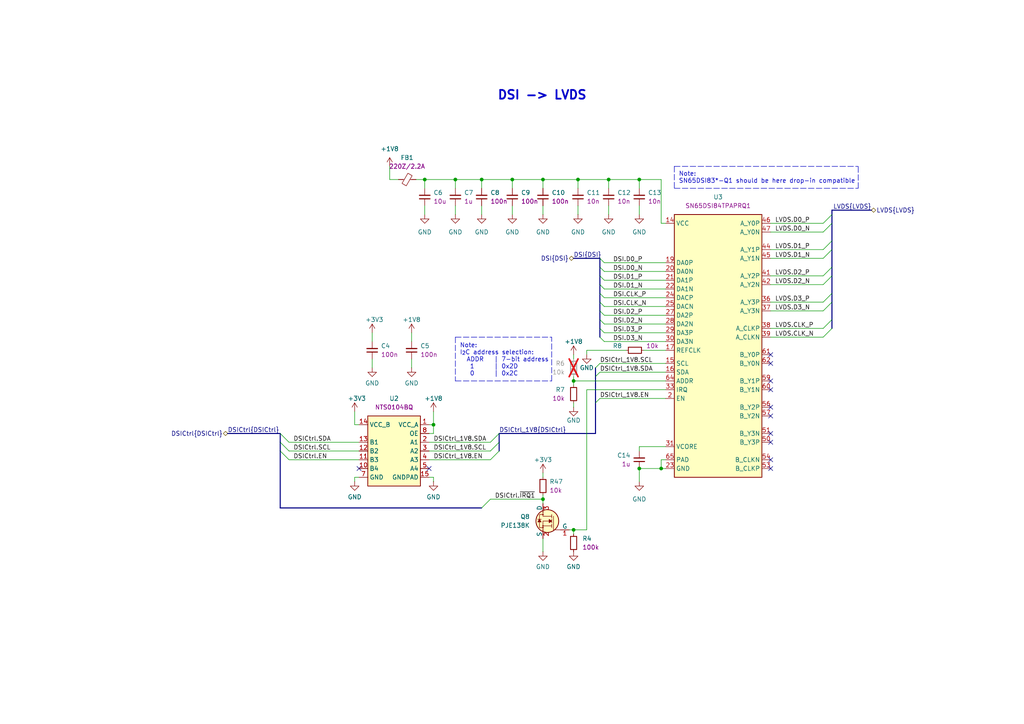
<source format=kicad_sch>
(kicad_sch (version 20230121) (generator eeschema)
  (paper "A4")
  (title_block (title "CM4 Baseboard LVDS Adapter") (date "2024-04-26") (rev "1.1.0") (company "Antmicro") (comment 1 "www.antmicro.com"))
  (lib_symbols
    (symbol "antmicroCapacitors0402:C_100n_0402" (pin_numbers hide) (pin_names hide)
      (property "Reference" "C" (at 20.32 -5.08 0))
      (property "Val" "100n" (at 20.32 -7.62 0))
      (symbol "C_100n_0402_0_1"
        (polyline (pts (xy 2.032 -1.524) (xy 2.032 1.524)) (stroke (width 0.3048)))
        (polyline (pts (xy 3.048 -1.524) (xy 3.048 1.524)) (stroke (width 0.3302)))
      )
      (symbol "C_100n_0402_1_1"
        (pin passive line (at 0 0 0) (length 2.032) (name "~") (number "1"))
        (pin passive line (at 5.08 0 180) (length 2.032) (name "~") (number "2"))
      )
    )
    (symbol "antmicroCapacitors0402:C_10n_0402" (pin_numbers hide) (pin_names hide)
      (property "Reference" "C" (at 20.32 -5.08 0))
      (property "Val" "10n" (at 20.32 -7.62 0))
      (symbol "C_10n_0402_0_1"
        (polyline (pts (xy 2.032 -1.524) (xy 2.032 1.524)) (stroke (width 0.3048)))
        (polyline (pts (xy 3.048 -1.524) (xy 3.048 1.524)) (stroke (width 0.3302)))
      )
      (symbol "C_10n_0402_1_1"
        (pin passive line (at 0 0 0) (length 2.032) (name "~") (number "1"))
        (pin passive line (at 5.08 0 180) (length 2.032) (name "~") (number "2"))
      )
    )
    (symbol "antmicroCapacitors0402:C_10u_0402" (pin_numbers hide) (pin_names hide)
      (property "Reference" "C" (at 20.32 -5.08 0))
      (property "Val" "10u" (at 20.32 -7.62 0))
      (symbol "C_10u_0402_0_1"
        (polyline (pts (xy 2.032 -1.524) (xy 2.032 1.524)) (stroke (width 0.3048)))
        (polyline (pts (xy 3.048 -1.524) (xy 3.048 1.524)) (stroke (width 0.3302)))
      )
      (symbol "C_10u_0402_1_1"
        (pin passive line (at 0 0 0) (length 2.032) (name "~") (number "1"))
        (pin passive line (at 5.08 0 180) (length 2.032) (name "~") (number "2"))
      )
    )
    (symbol "antmicroCapacitors0402:C_1u_0402" (pin_numbers hide) (pin_names hide)
      (property "Reference" "C" (at 20.32 -5.08 0))
      (property "Val" "1u" (at 20.32 -7.62 0))
      (symbol "C_1u_0402_0_1"
        (polyline (pts (xy 2.032 -1.524) (xy 2.032 1.524)) (stroke (width 0.3048)))
        (polyline (pts (xy 3.048 -1.524) (xy 3.048 1.524)) (stroke (width 0.3302)))
      )
      (symbol "C_1u_0402_1_1"
        (pin passive line (at 0 0 0) (length 2.032) (name "~") (number "1"))
        (pin passive line (at 5.08 0 180) (length 2.032) (name "~") (number "2"))
      )
    )
    (symbol "antmicroFerriteBeadsandChips:FB_220Z_2.2A_TDK-MPZ_0603" (pin_numbers hide) (pin_names hide)
      (property "Reference" "FB" (at 13.97 0 0))
      (property "Val" "220Z/2.2A" (at 13.97 -5.08 0))
      (symbol "FB_220Z_2.2A_TDK-MPZ_0603_0_1"
        (polyline (pts (xy 1.651 0) (xy 1.2446 0)))
        (polyline (pts (xy 3.81 0) (xy 3.3274 0)))
        (polyline (pts (xy 2.2606 -1.8288) (xy 1.0414 -1.1176) (xy 2.7432 1.8288) (xy 3.9624 1.1176) (xy 2.2606 -1.8288)))
      )
      (symbol "FB_220Z_2.2A_TDK-MPZ_0603_1_1"
        (pin passive line (at 0 0 0) (length 1.27) (name "~") (number "1"))
        (pin passive line (at 5.08 0 180) (length 1.27) (name "~") (number "2"))
      )
    )
    (symbol "antmicroInterfaceControllers:SN65DSI84"
      (property "Reference" "U" (at 38.1 0 0))
      (property "MPN" "SN65DSI84TPAPRQ1" (at 38.1 -2.54 0))
      (symbol "SN65DSI84_1_1"
        (rectangle (start 2.54 2.54) (end 27.94 -73.66) (stroke (width 0.254)) (fill (type background)))
        (pin no_connect line (at 2.54 -58.42 0) (length 2.54) hide (name "RSVD2") (number "1"))
        (pin no_connect line (at 2.54 -7.62 0) (length 2.54) hide (name "NC") (number "10"))
        (pin no_connect line (at 2.54 -53.34 0) (length 2.54) hide (name "NC") (number "11"))
        (pin no_connect line (at 2.54 -54.61 0) (length 2.54) hide (name "NC") (number "12"))
        (pin no_connect line (at 2.54 -55.88 0) (length 2.54) hide (name "NC") (number "13"))
        (pin power_in line (at 0 0 0) (length 2.54) (name "VCC") (number "14"))
        (pin input line (at 0 -40.64 0) (length 2.54) (name "SCL") (number "15"))
        (pin bidirectional line (at 0 -43.18 0) (length 2.54) (name "SDA") (number "16"))
        (pin input line (at 0 -36.83 0) (length 2.54) (name "REFCLK") (number "17"))
        (pin passive line (at 0 0 0) (length 2.54) hide (name "VCC") (number "18"))
        (pin input line (at 0 -11.43 0) (length 2.54) (name "DA0P") (number "19"))
        (pin input line (at 0 -50.8 0) (length 2.54) (name "EN") (number "2"))
        (pin input line (at 0 -13.97 0) (length 2.54) (name "DA0N") (number "20"))
        (pin input line (at 0 -16.51 0) (length 2.54) (name "DA1P") (number "21"))
        (pin input line (at 0 -19.05 0) (length 2.54) (name "DA1N") (number "22"))
        (pin power_out line (at 0 -71.12 0) (length 2.54) (name "GND") (number "23"))
        (pin input line (at 0 -21.59 0) (length 2.54) (name "DACP") (number "24"))
        (pin input line (at 0 -24.13 0) (length 2.54) (name "DACN") (number "25"))
        (pin passive line (at 0 -71.12 0) (length 2.54) hide (name "GND") (number "26"))
        (pin input line (at 0 -26.67 0) (length 2.54) (name "DA2P") (number "27"))
        (pin input line (at 0 -29.21 0) (length 2.54) (name "DA2N") (number "28"))
        (pin input line (at 0 -31.75 0) (length 2.54) (name "DA3P") (number "29"))
        (pin passive line (at 0 0 0) (length 2.54) hide (name "VCC") (number "3"))
        (pin input line (at 0 -34.29 0) (length 2.54) (name "DA3N") (number "30"))
        (pin power_out line (at 0 -64.77 0) (length 2.54) (name "VCORE") (number "31"))
        (pin passive line (at 0 0 0) (length 2.54) hide (name "VCC") (number "32"))
        (pin output line (at 0 -48.26 0) (length 2.54) (name "IRQ") (number "33"))
        (pin no_connect line (at 2.54 -57.15 0) (length 2.54) hide (name "RSVD1") (number "34"))
        (pin passive line (at 0 0 0) (length 2.54) hide (name "VCC") (number "35"))
        (pin output line (at 30.48 -22.86 180) (length 2.54) (name "A_Y3P") (number "36"))
        (pin output line (at 30.48 -25.4 180) (length 2.54) (name "A_Y3N") (number "37"))
        (pin output line (at 30.48 -30.48 180) (length 2.54) (name "A_CLKP") (number "38"))
        (pin output line (at 30.48 -33.02 180) (length 2.54) (name "A_CLKN") (number "39"))
        (pin no_connect line (at 2.54 -59.69 0) (length 2.54) hide (name "NC") (number "4"))
        (pin passive line (at 0 0 0) (length 2.54) hide (name "VCC") (number "40"))
        (pin output line (at 30.48 -15.24 180) (length 2.54) (name "A_Y2P") (number "41"))
        (pin output line (at 30.48 -17.78 180) (length 2.54) (name "A_Y2N") (number "42"))
        (pin passive line (at 0 0 0) (length 2.54) hide (name "VCC") (number "43"))
        (pin output line (at 30.48 -7.62 180) (length 2.54) (name "A_Y1P") (number "44"))
        (pin output line (at 30.48 -10.16 180) (length 2.54) (name "A_Y1N") (number "45"))
        (pin output line (at 30.48 0 180) (length 2.54) (name "A_Y0P") (number "46"))
        (pin output line (at 30.48 -2.54 180) (length 2.54) (name "A_Y0N") (number "47"))
        (pin passive line (at 0 0 0) (length 2.54) hide (name "VCC") (number "48"))
        (pin passive line (at 0 0 0) (length 2.54) hide (name "VCC") (number "49"))
        (pin no_connect line (at 2.54 -60.96 0) (length 2.54) hide (name "NC") (number "5"))
        (pin output line (at 30.48 -63.5 180) (length 2.54) (name "B_Y3P") (number "50"))
        (pin output line (at 30.48 -60.96 180) (length 2.54) (name "B_Y3N") (number "51"))
        (pin passive line (at 0 -71.12 0) (length 2.54) hide (name "GND") (number "52"))
        (pin output line (at 30.48 -71.12 180) (length 2.54) (name "B_CLKP") (number "53"))
        (pin output line (at 30.48 -68.58 180) (length 2.54) (name "B_CLKN") (number "54"))
        (pin passive line (at 0 0 0) (length 2.54) hide (name "VCC") (number "55"))
        (pin output line (at 30.48 -53.34 180) (length 2.54) (name "B_Y2P") (number "56"))
        (pin output line (at 30.48 -55.88 180) (length 2.54) (name "B_Y2N") (number "57"))
        (pin passive line (at 0 0 0) (length 2.54) hide (name "VCC") (number "58"))
        (pin output line (at 30.48 -45.72 180) (length 2.54) (name "B_Y1P") (number "59"))
        (pin no_connect line (at 2.54 -62.23 0) (length 2.54) hide (name "NC") (number "6"))
        (pin output line (at 30.48 -48.26 180) (length 2.54) (name "B_Y1N") (number "60"))
        (pin output line (at 30.48 -38.1 180) (length 2.54) (name "B_Y0P") (number "61"))
        (pin output line (at 30.48 -40.64 180) (length 2.54) (name "B_Y0N") (number "62"))
        (pin passive line (at 0 0 0) (length 2.54) hide (name "VCC") (number "63"))
        (pin bidirectional line (at 0 -45.72 0) (length 2.54) (name "ADDR") (number "64"))
        (pin power_in line (at 0 -68.58 0) (length 2.54) (name "PAD") (number "65"))
        (pin no_connect line (at 2.54 -3.81 0) (length 2.54) hide (name "NC") (number "7"))
        (pin no_connect line (at 2.54 -5.08 0) (length 2.54) hide (name "NC") (number "8"))
        (pin no_connect line (at 2.54 -6.35 0) (length 2.54) hide (name "NC") (number "9"))
      )
    )
    (symbol "antmicroLogicTranslatorsLevelShifters:NTS0104_DHVQFN"
      (property "Reference" "U" (at 35.56 -2.54 0))
      (property "MPN" "NTS0104BQ" (at 35.56 -5.08 0))
      (symbol "NTS0104_DHVQFN_1_1"
        (rectangle (start 2.54 2.54) (end 17.78 -17.78) (stroke (width 0.254)) (fill (type background)))
        (pin power_in line (at 0 0 0) (length 2.54) (name "VCC_A") (number "1"))
        (pin passive line (at 20.32 -12.7 180) (length 2.54) (name "B4") (number "10"))
        (pin passive line (at 20.32 -10.16 180) (length 2.54) (name "B3") (number "11"))
        (pin passive line (at 20.32 -7.62 180) (length 2.54) (name "B2") (number "12"))
        (pin passive line (at 20.32 -5.08 180) (length 2.54) (name "B1") (number "13"))
        (pin power_in line (at 20.32 0 180) (length 2.54) (name "VCC_B") (number "14"))
        (pin power_in line (at 0 -15.24 0) (length 2.54) (name "GNDPAD") (number "15"))
        (pin passive line (at 0 -5.08 0) (length 2.54) (name "A1") (number "2"))
        (pin passive line (at 0 -7.62 0) (length 2.54) (name "A2") (number "3"))
        (pin passive line (at 0 -10.16 0) (length 2.54) (name "A3") (number "4"))
        (pin passive line (at 0 -12.7 0) (length 2.54) (name "A4") (number "5"))
        (pin no_connect line (at 17.78 -2.54 180) (length 2.54) hide (name "NC") (number "6"))
        (pin power_in line (at 20.32 -15.24 180) (length 2.54) (name "GND") (number "7"))
        (pin passive line (at 0 -2.54 0) (length 2.54) (name "OE") (number "8"))
        (pin no_connect line (at 17.78 -3.81 180) (length 2.54) hide (name "NC") (number "9"))
      )
    )
    (symbol "antmicroResistors0402:R_100k_0402" (pin_numbers hide) (pin_names hide)
      (property "Reference" "R" (at 20.32 -5.08 0))
      (property "Val" "100k" (at 20.32 -7.62 0))
      (symbol "R_100k_0402_0_1"
        (rectangle (start 0.635 0.889) (end 4.445 -0.889) (stroke (width 0.254)))
      )
      (symbol "R_100k_0402_1_1"
        (pin passive line (at 0 0 0) (length 0.635) (name "~") (number "1"))
        (pin passive line (at 5.08 0 180) (length 0.635) (name "~") (number "2"))
      )
    )
    (symbol "antmicroResistors0402:R_10k_0402" (pin_numbers hide) (pin_names hide)
      (property "Reference" "R" (at 20.32 -5.08 0))
      (property "Val" "10k" (at 20.32 -7.62 0))
      (symbol "R_10k_0402_0_1"
        (rectangle (start 0.635 0.889) (end 4.445 -0.889) (stroke (width 0.254)))
      )
      (symbol "R_10k_0402_1_1"
        (pin passive line (at 0 0 0) (length 0.635) (name "~") (number "1"))
        (pin passive line (at 5.08 0 180) (length 0.635) (name "~") (number "2"))
      )
    )
    (symbol "antmicroTransistorsFETsMOSFETsSingle:PJE138K" (pin_names (offset 0))
      (property "Reference" "Q" (at 22.86 -6.35 0))
      (property "Value" "PJE138K" (at 22.86 -8.89 0))
      (symbol "PJE138K_0_1"
        (polyline (pts (xy 7.62 1.143) (xy 5.08 1.143)))
        (polyline (pts (xy 2.54 0) (xy 4.572 0) (xy 4.572 3.937)))
        (polyline (pts (xy 7.62 0) (xy 7.62 2.54) (xy 5.08 2.54)))
        (polyline (pts (xy 7.62 5.08) (xy 7.62 3.937) (xy 5.08 3.937)))
        (polyline (pts (xy 7.493 0.635) (xy 8.636 0.635) (xy 8.636 3.937) (xy 8.636 4.445) (xy 7.493 4.445)))
        (circle (center 6.35 2.54) (radius 3.302) (stroke (width 0.254)) (fill (type background)))
        (circle (center 7.62 0.635) (radius 0.127))
        (circle (center 7.62 1.143) (radius 0.127))
        (circle (center 7.62 4.445) (radius 0.127))
      )
      (symbol "PJE138K_1_1"
        (polyline (pts (xy 5.08 1.143) (xy 5.08 0.635)))
        (polyline (pts (xy 5.08 1.143) (xy 5.08 1.651)))
        (polyline (pts (xy 5.08 2.54) (xy 5.08 2.032)))
        (polyline (pts (xy 5.08 2.54) (xy 5.08 3.048)))
        (polyline (pts (xy 5.08 4.445) (xy 5.08 3.429)))
        (polyline (pts (xy 9.144 3.048) (xy 8.128 3.048)))
        (polyline (pts (xy 5.08 2.54) (xy 5.842 3.048) (xy 5.842 2.032) (xy 5.08 2.54)) (fill (type outline)))
        (polyline (pts (xy 8.636 3.048) (xy 8.128 2.286) (xy 9.144 2.286) (xy 8.636 3.048)) (fill (type outline)))
        (pin passive line (at 0 0 0) (length 2.54) (name "G") (number "1"))
        (pin passive line (at 7.62 -2.54 90) (length 2.54) (name "S") (number "2"))
        (pin passive line (at 7.62 7.62 270) (length 2.54) (name "D") (number "3"))
      )
    )
    (symbol "antmicropower:+1V8" (power) (pin_numbers hide) (pin_names hide)
      (property "Value" "+1V8" (at -3.175 2.54 0))
      (symbol "+1V8_1_1"
        (polyline (pts (xy -0.762 1.27) (xy 0 2.54)) (fill (type background)))
        (polyline (pts (xy 0 0) (xy 0 2.54)) (fill (type background)))
        (polyline (pts (xy 0 2.54) (xy 0.762 1.27)) (fill (type background)))
        (pin power_in line (at 0 0 90) (length 0) hide (name "+1V8") (number "1"))
      )
    )
    (symbol "antmicropower:+3V3" (power) (pin_numbers hide) (pin_names hide)
      (property "Value" "+3V3" (at -3.175 2.54 0))
      (symbol "+3V3_0_1"
        (polyline (pts (xy 0 0) (xy 0 2.54)))
        (polyline (pts (xy 0 2.54) (xy -0.762 1.27)))
        (polyline (pts (xy 0 2.54) (xy 0.762 1.27)))
      )
      (symbol "+3V3_1_1"
        (pin power_in line (at 0 0 90) (length 0) hide (name "+3V3") (number "1"))
      )
    )
    (symbol "antmicropower:GND" (power) (pin_numbers hide) (pin_names hide)
      (property "Value" "GND" (at 8.89 -5.08 0))
      (symbol "GND_1_1"
        (polyline (pts (xy 0 0) (xy 0 -1.27) (xy 1.27 -1.27) (xy 0 -2.54) (xy -1.27 -1.27) (xy 0 -1.27)))
        (pin power_in line (at 0 0 270) (length 0) (name "GND") (number "1"))
      )
    )
  )
  (junction (at 166.37 153.67))
  (junction (at 167.64 52.07))
  (junction (at 191.77 135.89))
  (junction (at 185.42 135.89))
  (junction (at 176.53 52.07))
  (junction (at 166.37 110.49))
  (junction (at 132.08 52.07))
  (junction (at 139.7 52.07))
  (junction (at 157.48 52.07))
  (junction (at 125.73 123.19))
  (junction (at 185.42 52.07))
  (junction (at 157.48 144.78))
  (junction (at 148.59 52.07))
  (junction (at 123.19 52.07))
  (no_connect (at 223.52 133.35))
  (no_connect (at 223.52 113.03))
  (no_connect (at 104.14 135.89))
  (no_connect (at 223.52 125.73))
  (no_connect (at 223.52 135.89))
  (no_connect (at 223.52 105.41))
  (no_connect (at 223.52 102.87))
  (no_connect (at 223.52 120.65))
  (no_connect (at 223.52 118.11))
  (no_connect (at 124.46 135.89))
  (no_connect (at 223.52 110.49))
  (no_connect (at 223.52 128.27))
  (bus_entry (at 173.99 85.09) (size 1.27 1.27))
  (bus_entry (at 81.28 130.81) (size 2.54 2.54))
  (bus_entry (at 241.3 72.39) (size -2.54 2.54))
  (bus_entry (at 173.99 74.93) (size 1.27 1.27))
  (bus_entry (at 173.99 90.17) (size 1.27 1.27))
  (bus_entry (at 173.99 87.63) (size 1.27 1.27))
  (bus_entry (at 173.99 77.47) (size 1.27 1.27))
  (bus_entry (at 173.99 82.55) (size 1.27 1.27))
  (bus_entry (at 173.99 80.01) (size 1.27 1.27))
  (bus_entry (at 241.3 85.09) (size -2.54 2.54))
  (bus_entry (at 241.3 62.23) (size -2.54 2.54))
  (bus_entry (at 173.99 95.25) (size 1.27 1.27))
  (bus_entry (at 241.3 64.77) (size -2.54 2.54))
  (bus_entry (at 241.3 80.01) (size -2.54 2.54))
  (bus_entry (at 144.78 128.27) (size -2.54 2.54))
  (bus_entry (at 144.78 130.81) (size -2.54 2.54))
  (bus_entry (at 241.3 92.71) (size -2.54 2.54))
  (bus_entry (at 172.72 116.84) (size 1.27 -1.27))
  (bus_entry (at 173.99 97.79) (size 1.27 1.27))
  (bus_entry (at 81.28 125.73) (size 2.54 2.54))
  (bus_entry (at 144.78 125.73) (size -2.54 2.54))
  (bus_entry (at 139.7 147.32) (size 2.54 -2.54))
  (bus_entry (at 241.3 77.47) (size -2.54 2.54))
  (bus_entry (at 238.76 97.79) (size 2.54 -2.54))
  (bus_entry (at 241.3 69.85) (size -2.54 2.54))
  (bus_entry (at 172.72 106.68) (size 1.27 -1.27))
  (bus_entry (at 173.99 92.71) (size 1.27 1.27))
  (bus_entry (at 241.3 87.63) (size -2.54 2.54))
  (bus_entry (at 172.72 109.22) (size 1.27 -1.27))
  (bus_entry (at 81.28 128.27) (size 2.54 2.54))
  (wire (pts (xy 167.64 52.07) (xy 176.53 52.07)))
  (polyline (pts (xy 195.58 54.61) (xy 248.92 54.61)) (stroke (width 0) (type dash)))
  (bus (pts (xy 173.99 95.25) (xy 173.99 97.79)))
  (bus (pts (xy 172.72 116.84) (xy 172.72 125.73)))
  (wire (pts (xy 223.52 67.31) (xy 238.76 67.31)))
  (wire (pts (xy 139.7 52.07) (xy 139.7 54.61)))
  (wire (pts (xy 175.26 99.06) (xy 193.04 99.06)))
  (wire (pts (xy 113.03 48.26) (xy 113.03 52.07)))
  (wire (pts (xy 102.87 138.43) (xy 104.14 138.43)))
  (wire (pts (xy 124.46 128.27) (xy 142.24 128.27)))
  (bus (pts (xy 241.3 87.63) (xy 241.3 92.71)))
  (wire (pts (xy 193.04 64.77) (xy 191.77 64.77)))
  (wire (pts (xy 223.52 97.79) (xy 238.76 97.79)))
  (wire (pts (xy 125.73 125.73) (xy 125.73 123.19)))
  (wire (pts (xy 170.18 113.03) (xy 170.18 153.67)))
  (bus (pts (xy 166.37 74.93) (xy 173.99 74.93)))
  (wire (pts (xy 166.37 118.11) (xy 166.37 116.84)))
  (wire (pts (xy 175.26 96.52) (xy 193.04 96.52)))
  (wire (pts (xy 165.1 153.67) (xy 166.37 153.67)))
  (wire (pts (xy 185.42 52.07) (xy 185.42 54.61)))
  (wire (pts (xy 191.77 135.89) (xy 193.04 135.89)))
  (bus (pts (xy 173.99 87.63) (xy 173.99 90.17)))
  (wire (pts (xy 166.37 102.87) (xy 166.37 104.14)))
  (wire (pts (xy 175.26 86.36) (xy 193.04 86.36)))
  (wire (pts (xy 166.37 153.67) (xy 170.18 153.67)))
  (wire (pts (xy 176.53 52.07) (xy 185.42 52.07)))
  (wire (pts (xy 223.52 64.77) (xy 238.76 64.77)))
  (wire (pts (xy 185.42 59.69) (xy 185.42 62.23)))
  (bus (pts (xy 173.99 77.47) (xy 173.99 80.01)))
  (wire (pts (xy 83.82 130.81) (xy 104.14 130.81)))
  (wire (pts (xy 175.26 76.2) (xy 193.04 76.2)))
  (wire (pts (xy 148.59 52.07) (xy 139.7 52.07)))
  (wire (pts (xy 167.64 52.07) (xy 157.48 52.07)))
  (bus (pts (xy 81.28 147.32) (xy 81.28 130.81)))
  (bus (pts (xy 241.3 64.77) (xy 241.3 69.85)))
  (wire (pts (xy 132.08 52.07) (xy 123.19 52.07)))
  (wire (pts (xy 104.14 123.19) (xy 102.87 123.19)))
  (bus (pts (xy 173.99 74.93) (xy 173.99 77.47)))
  (wire (pts (xy 173.99 105.41) (xy 193.04 105.41)))
  (bus (pts (xy 241.3 60.96) (xy 241.3 62.23)))
  (bus (pts (xy 241.3 62.23) (xy 241.3 64.77)))
  (wire (pts (xy 223.52 72.39) (xy 238.76 72.39)))
  (wire (pts (xy 223.52 90.17) (xy 238.76 90.17)))
  (wire (pts (xy 185.42 129.54) (xy 185.42 130.81)))
  (wire (pts (xy 157.48 144.78) (xy 157.48 146.05)))
  (wire (pts (xy 157.48 52.07) (xy 157.48 54.61)))
  (bus (pts (xy 144.78 125.73) (xy 172.72 125.73)))
  (bus (pts (xy 241.3 92.71) (xy 241.3 95.25)))
  (wire (pts (xy 124.46 133.35) (xy 142.24 133.35)))
  (bus (pts (xy 173.99 85.09) (xy 173.99 87.63)))
  (wire (pts (xy 102.87 138.43) (xy 102.87 139.7)))
  (wire (pts (xy 185.42 129.54) (xy 193.04 129.54)))
  (bus (pts (xy 252.73 60.96) (xy 241.3 60.96)))
  (bus (pts (xy 173.99 82.55) (xy 173.99 85.09)))
  (wire (pts (xy 166.37 110.49) (xy 193.04 110.49)))
  (bus (pts (xy 173.99 92.71) (xy 173.99 95.25)))
  (bus (pts (xy 241.3 80.01) (xy 241.3 85.09)))
  (polyline (pts (xy 248.92 54.61) (xy 248.92 48.26)) (stroke (width 0) (type dash)))
  (wire (pts (xy 119.38 96.52) (xy 119.38 99.06)))
  (wire (pts (xy 223.52 80.01) (xy 238.76 80.01)))
  (polyline (pts (xy 132.08 110.49) (xy 160.02 110.49)) (stroke (width 0) (type dash)))
  (wire (pts (xy 191.77 52.07) (xy 185.42 52.07)))
  (wire (pts (xy 175.26 91.44) (xy 193.04 91.44)))
  (wire (pts (xy 193.04 133.35) (xy 191.77 133.35)))
  (wire (pts (xy 175.26 81.28) (xy 193.04 81.28)))
  (bus (pts (xy 66.04 125.73) (xy 81.28 125.73)))
  (bus (pts (xy 241.3 77.47) (xy 241.3 80.01)))
  (wire (pts (xy 125.73 138.43) (xy 125.73 139.7)))
  (polyline (pts (xy 132.08 97.79) (xy 160.02 97.79)) (stroke (width 0) (type dash)))
  (wire (pts (xy 176.53 59.69) (xy 176.53 62.23)))
  (wire (pts (xy 175.26 78.74) (xy 193.04 78.74)))
  (wire (pts (xy 102.87 123.19) (xy 102.87 119.38)))
  (bus (pts (xy 172.72 109.22) (xy 172.72 116.84)))
  (wire (pts (xy 223.52 87.63) (xy 238.76 87.63)))
  (wire (pts (xy 125.73 123.19) (xy 124.46 123.19)))
  (wire (pts (xy 157.48 143.51) (xy 157.48 144.78)))
  (wire (pts (xy 191.77 133.35) (xy 191.77 135.89)))
  (wire (pts (xy 170.18 101.6) (xy 170.18 102.87)))
  (bus (pts (xy 241.3 69.85) (xy 241.3 72.39)))
  (wire (pts (xy 148.59 59.69) (xy 148.59 62.23)))
  (wire (pts (xy 142.24 144.78) (xy 157.48 144.78)))
  (bus (pts (xy 241.3 85.09) (xy 241.3 87.63)))
  (wire (pts (xy 175.26 88.9) (xy 193.04 88.9)))
  (wire (pts (xy 157.48 156.21) (xy 157.48 160.02)))
  (wire (pts (xy 125.73 119.38) (xy 125.73 123.19)))
  (bus (pts (xy 139.7 147.32) (xy 81.28 147.32)))
  (polyline (pts (xy 160.02 110.49) (xy 160.02 97.79)) (stroke (width 0) (type dash)))
  (bus (pts (xy 172.72 106.68) (xy 172.72 109.22)))
  (wire (pts (xy 167.64 59.69) (xy 167.64 62.23)))
  (bus (pts (xy 144.78 128.27) (xy 144.78 130.81)))
  (wire (pts (xy 157.48 52.07) (xy 148.59 52.07)))
  (wire (pts (xy 107.95 104.14) (xy 107.95 106.68)))
  (wire (pts (xy 124.46 125.73) (xy 125.73 125.73)))
  (wire (pts (xy 223.52 82.55) (xy 238.76 82.55)))
  (wire (pts (xy 157.48 138.43) (xy 157.48 137.16)))
  (wire (pts (xy 139.7 59.69) (xy 139.7 62.23)))
  (polyline (pts (xy 195.58 48.26) (xy 248.92 48.26)) (stroke (width 0) (type dash)))
  (wire (pts (xy 157.48 59.69) (xy 157.48 62.23)))
  (polyline (pts (xy 195.58 48.26) (xy 195.58 54.61)) (stroke (width 0) (type dash)))
  (wire (pts (xy 139.7 52.07) (xy 132.08 52.07)))
  (wire (pts (xy 125.73 138.43) (xy 124.46 138.43)))
  (wire (pts (xy 132.08 52.07) (xy 132.08 54.61)))
  (bus (pts (xy 144.78 125.73) (xy 144.78 128.27)))
  (wire (pts (xy 123.19 59.69) (xy 123.19 62.23)))
  (wire (pts (xy 223.52 95.25) (xy 238.76 95.25)))
  (bus (pts (xy 81.28 128.27) (xy 81.28 130.81)))
  (wire (pts (xy 166.37 110.49) (xy 166.37 111.76)))
  (wire (pts (xy 166.37 153.67) (xy 166.37 154.94)))
  (wire (pts (xy 185.42 135.89) (xy 185.42 139.7)))
  (wire (pts (xy 166.37 109.22) (xy 166.37 110.49)))
  (wire (pts (xy 83.82 128.27) (xy 104.14 128.27)))
  (bus (pts (xy 173.99 90.17) (xy 173.99 92.71)))
  (wire (pts (xy 193.04 115.57) (xy 173.99 115.57)))
  (wire (pts (xy 175.26 93.98) (xy 193.04 93.98)))
  (wire (pts (xy 191.77 52.07) (xy 191.77 64.77)))
  (bus (pts (xy 173.99 80.01) (xy 173.99 82.55)))
  (wire (pts (xy 132.08 59.69) (xy 132.08 62.23)))
  (wire (pts (xy 170.18 101.6) (xy 181.61 101.6)))
  (wire (pts (xy 124.46 130.81) (xy 142.24 130.81)))
  (wire (pts (xy 119.38 104.14) (xy 119.38 106.68)))
  (bus (pts (xy 81.28 125.73) (xy 81.28 128.27)))
  (wire (pts (xy 176.53 52.07) (xy 176.53 54.61)))
  (polyline (pts (xy 132.08 97.79) (xy 132.08 110.49)) (stroke (width 0) (type dash)))
  (wire (pts (xy 107.95 96.52) (xy 107.95 99.06)))
  (wire (pts (xy 223.52 74.93) (xy 238.76 74.93)))
  (wire (pts (xy 115.57 52.07) (xy 113.03 52.07)))
  (wire (pts (xy 123.19 52.07) (xy 120.65 52.07)))
  (wire (pts (xy 83.82 133.35) (xy 104.14 133.35)))
  (wire (pts (xy 175.26 83.82) (xy 193.04 83.82)))
  (wire (pts (xy 186.69 101.6) (xy 193.04 101.6)))
  (wire (pts (xy 170.18 113.03) (xy 193.04 113.03)))
  (wire (pts (xy 173.99 107.95) (xy 193.04 107.95)))
  (wire (pts (xy 167.64 52.07) (xy 167.64 54.61)))
  (bus (pts (xy 241.3 72.39) (xy 241.3 77.47)))
  (wire (pts (xy 123.19 52.07) (xy 123.19 54.61)))
  (wire (pts (xy 185.42 135.89) (xy 191.77 135.89)))
  (wire (pts (xy 148.59 52.07) (xy 148.59 54.61)))
  (text "Note:\nI_{2}C address selection:\n  ADDR	| 7-bit address\n   1  	| 0x2D\n   0  	| 0x2C" (at 133.35 109.22 0) (effects (font (size 1.27 1.27)) (justify left bottom)))
  (text "DSI -> LVDS" (at 144.145 29.21 0) (effects (font (size 2.54 2.54) (thickness 0.508) bold) (justify left bottom)))
  (text "Note:\nSN65DSI83*-Q1 should be here drop-in compatible" (at 196.85 53.34 0) (effects (font (size 1.27 1.27)) (justify left bottom)))
  (label "DSICtrl_1V8.EN" (at 125.73 133.35 0))
  (label "DSICtrl_1V8.SCL" (at 125.73 130.81 0))
  (label "DSI.D2_N" (at 177.8 93.98 0))
  (label "LVDS.D1_P" (at 224.79 72.39 0))
  (label "LVDS.D3_N" (at 224.79 90.17 0))
  (label "DSICtrl_1V8.SCL" (at 173.99 105.41 0))
  (label "DSI.D3_P" (at 177.8 96.52 0))
  (label "DSI.D2_P" (at 177.8 91.44 0))
  (label "DSICtrl.SCL" (at 85.09 130.81 0))
  (label "LVDS.D0_N" (at 224.79 67.31 0))
  (label "DSI.CLK_N" (at 177.8 88.9 0))
  (label "LVDS.D3_P" (at 224.79 87.63 0))
  (label "LVDS.CLK_N" (at 224.79 97.79 0))
  (label "DSI.D0_P" (at 177.8 76.2 0))
  (label "LVDS.D1_N" (at 224.79 74.93 0))
  (label "DSI.D1_P" (at 177.8 81.28 0))
  (label "LVDS{LVDS}" (at 252.73 60.96 180))
  (label "DSICtrl{DSICtrl}" (at 66.04 125.73 0))
  (label "DSICtrl_1V8.SDA" (at 173.99 107.95 0))
  (label "LVDS.D2_P" (at 224.79 80.01 0))
  (label "DSICtrl_1V8.EN" (at 173.99 115.57 0))
  (label "DSI.CLK_P" (at 177.8 86.36 0))
  (label "DSI.D1_N" (at 177.8 83.82 0))
  (label "DSICtrl_1V8.SDA" (at 125.73 128.27 0))
  (label "LVDS.D2_N" (at 224.79 82.55 0))
  (label "DSICtrl.EN" (at 85.09 133.35 0))
  (label "LVDS.D0_P" (at 224.79 64.77 0))
  (label "LVDS.CLK_P" (at 224.79 95.25 0))
  (label "DSICtrl.~{IRQ1}" (at 143.51 144.78 0))
  (label "DSI.D0_N" (at 177.8 78.74 0))
  (label "DSICtrl.SDA" (at 85.09 128.27 0))
  (label "DSI{DSI}" (at 166.37 74.93 0))
  (label "DSICtrl_1V8{DSICtrl}" (at 144.78 125.73 0))
  (label "DSI.D3_N" (at 177.8 99.06 0))
  (hierarchical_label "LVDS{LVDS}" (shape bidirectional) (at 252.73 60.96 0))
  (hierarchical_label "DSICtrl{DSICtrl}" (shape bidirectional) (at 66.04 125.73 180))
  (hierarchical_label "DSI{DSI}" (shape bidirectional) (at 166.37 74.93 180))
  (symbol (lib_id "antmicroResistors0402:R_10k_0402") (at 166.37 109.22 270) (mirror x) (unit 1) (in_bom no) (dnp yes)
    (property "Reference" "R6" (at 163.83 105.4099 90) (effects (justify right)))
    (property "Value" "R_10k_0402" (effects hide))
    (property "Footprint" "antmicro-footprints:R_0402_1005Metric" (effects hide))
    (property "Datasheet" "https://www.bourns.com/docs/product-datasheets/cr.pdf" (effects hide))
    (property "MPN" "CR0402-FX-1002GLF" (effects hide))
    (property "Manufacturer" "Bourns" (effects hide))
    (property "License" "Apache-2.0" (effects hide))
    (property "Author" "Antmicro" (effects hide))
    (property "Val" "10k" (at 163.83 107.9499 90) (effects (justify right)))
    (property "Tolerance" "1%" (effects hide))
    (property "DNP" "DNP" (at 166.37 106.68 0))
  )
  (symbol (lib_id "antmicropower:+1V8") (at 119.38 96.52 0) (mirror y) (unit 1)
    (property "Reference" "#PWR034" (effects hide))
    (property "Value" "+1V8" (at 119.38 92.71 0))
    (property "Author" "Antmicro" (effects hide))
    (property "License" "Apache-2.0" (effects hide))
  )
  (symbol (lib_id "antmicropower:+1V8") (at 113.03 48.26 0) (unit 1)
    (property "Reference" "#PWR018" (effects hide))
    (property "Value" "+1V8" (at 113.03 43.18 0))
    (property "Author" "Antmicro" (effects hide))
    (property "License" "Apache-2.0" (effects hide))
  )
  (symbol (lib_id "antmicropower:+1V8") (at 166.37 102.87 0) (mirror y) (unit 1)
    (property "Reference" "#PWR036" (effects hide))
    (property "Value" "+1V8" (at 166.37 99.06 0))
    (property "Author" "Antmicro" (effects hide))
    (property "License" "Apache-2.0" (effects hide))
  )
  (symbol (lib_id "antmicroInterfaceControllers:SN65DSI84") (at 193.04 64.77 0) (unit 1)
    (property "Reference" "U3" (at 208.28 57.15 0))
    (property "Value" "SN65DSI84" (effects hide))
    (property "Footprint" "antmicro-footprints:HTQFP-64_10x10mm_P0.5mm" (effects hide))
    (property "Datasheet" "https://www.ti.com/lit/ds/symlink/sn65dsi84-q1.pdf?ts=1705413548625&ref_url=https%253A%252F%252Fwww.ti.com%252Fproduct%252FSN65DSI84-Q1" (effects hide))
    (property "MPN" "SN65DSI84TPAPRQ1" (at 208.28 59.69 0))
    (property "Author" "Antmicro" (effects hide))
    (property "License" "Apache-2.0" (effects hide))
    (property "Manufacturer" "Texas Instruments" (effects hide))
  )
  (symbol (lib_id "antmicropower:GND") (at 123.19 62.23 0) (unit 1)
    (property "Reference" "#PWR019" (effects hide))
    (property "Value" "GND" (at 123.19 67.31 0))
    (property "Author" "Antmicro" (effects hide))
    (property "License" "Apache-2.0" (effects hide))
  )
  (symbol (lib_id "antmicroCapacitors0402:C_10n_0402") (at 176.53 59.69 90) (unit 1)
    (property "Reference" "C12" (at 179.07 55.8736 90) (effects (justify right)))
    (property "Value" "C_10n_0402" (effects hide))
    (property "Footprint" "antmicro-footprints:C_0402_1005Metric" (effects hide))
    (property "Datasheet" "https://www.murata.com/products/productdetail?partno=GRM155R71H103KA88%23" (effects hide))
    (property "MPN" "GRM155R71H103KA88D" (effects hide))
    (property "Manufacturer" "Murata" (effects hide))
    (property "License" "Apache-2.0" (effects hide))
    (property "Author" "Antmicro" (effects hide))
    (property "Val" "10n" (at 179.07 58.4136 90) (effects (justify right)))
    (property "Voltage" "50V" (effects hide))
    (property "Dielectric" "X7R" (effects hide))
  )
  (symbol (lib_id "antmicroCapacitors0402:C_10n_0402") (at 167.64 59.69 90) (unit 1)
    (property "Reference" "C11" (at 170.18 55.8736 90) (effects (justify right)))
    (property "Value" "C_10n_0402" (effects hide))
    (property "Footprint" "antmicro-footprints:C_0402_1005Metric" (effects hide))
    (property "Datasheet" "https://www.murata.com/products/productdetail?partno=GRM155R71H103KA88%23" (effects hide))
    (property "MPN" "GRM155R71H103KA88D" (effects hide))
    (property "Manufacturer" "Murata" (effects hide))
    (property "License" "Apache-2.0" (effects hide))
    (property "Author" "Antmicro" (effects hide))
    (property "Val" "10n" (at 170.18 58.4136 90) (effects (justify right)))
    (property "Voltage" "50V" (effects hide))
    (property "Dielectric" "X7R" (effects hide))
  )
  (symbol (lib_id "antmicroCapacitors0402:C_1u_0402") (at 185.42 135.89 270) (mirror x) (unit 1)
    (property "Reference" "C14" (at 182.88 132.0736 90) (effects (justify right)))
    (property "Value" "C_1u_0402" (effects hide))
    (property "Footprint" "antmicro-footprints:C_0402_1005Metric" (effects hide))
    (property "Datasheet" "https://product.tdk.com/en/search/capacitor/ceramic/mlcc/info?part_no=C1005X6S1A105K050BC" (effects hide))
    (property "MPN" "C1005X6S1A105K050BC" (effects hide))
    (property "Manufacturer" "TDK" (effects hide))
    (property "License" "Apache-2.0" (effects hide))
    (property "Author" "Antmicro" (effects hide))
    (property "Val" "1u" (at 182.88 134.6136 90) (effects (justify right)))
  )
  (symbol (lib_id "antmicropower:+3V3") (at 157.48 137.16 0) (mirror y) (unit 1)
    (property "Reference" "#PWR0130" (effects hide))
    (property "Value" "+3V3" (at 157.48 133.35 0))
    (property "Author" "Antmicro" (effects hide))
    (property "License" "Apache-2.0" (effects hide))
  )
  (symbol (lib_id "antmicropower:GND") (at 176.53 62.23 0) (unit 1)
    (property "Reference" "#PWR031" (effects hide))
    (property "Value" "GND" (at 176.53 67.31 0))
    (property "Author" "Antmicro" (effects hide))
    (property "License" "Apache-2.0" (effects hide))
  )
  (symbol (lib_id "antmicroCapacitors0402:C_1u_0402") (at 132.08 59.69 90) (unit 1)
    (property "Reference" "C7" (at 134.62 55.8736 90) (effects (justify right)))
    (property "Value" "C_1u_0402" (effects hide))
    (property "Footprint" "antmicro-footprints:C_0402_1005Metric" (effects hide))
    (property "Datasheet" "https://product.tdk.com/en/search/capacitor/ceramic/mlcc/info?part_no=C1005X6S1A105K050BC" (effects hide))
    (property "MPN" "C1005X6S1A105K050BC" (effects hide))
    (property "Manufacturer" "TDK" (effects hide))
    (property "License" "Apache-2.0" (effects hide))
    (property "Author" "Antmicro" (effects hide))
    (property "Val" "1u" (at 134.62 58.4136 90) (effects (justify right)))
  )
  (symbol (lib_id "antmicroResistors0402:R_10k_0402") (at 166.37 116.84 270) (mirror x) (unit 1)
    (property "Reference" "R7" (at 163.83 113.0299 90) (effects (justify right)))
    (property "Value" "R_10k_0402" (effects hide))
    (property "Footprint" "antmicro-footprints:R_0402_1005Metric" (effects hide))
    (property "Datasheet" "https://www.bourns.com/docs/product-datasheets/cr.pdf" (effects hide))
    (property "MPN" "CR0402-FX-1002GLF" (effects hide))
    (property "Manufacturer" "Bourns" (effects hide))
    (property "License" "Apache-2.0" (effects hide))
    (property "Author" "Antmicro" (effects hide))
    (property "Val" "10k" (at 163.83 115.5699 90) (effects (justify right)))
    (property "Tolerance" "1%" (effects hide))
  )
  (symbol (lib_id "antmicropower:GND") (at 170.18 102.87 0) (unit 1)
    (property "Reference" "#PWR037" (effects hide))
    (property "Value" "GND" (at 170.18 106.68 0))
    (property "Author" "Antmicro" (effects hide))
    (property "License" "Apache-2.0" (effects hide))
  )
  (symbol (lib_id "antmicropower:GND") (at 166.37 118.11 0) (unit 1)
    (property "Reference" "#PWR095" (effects hide))
    (property "Value" "GND" (at 166.37 121.92 0))
    (property "Author" "Antmicro" (effects hide))
    (property "License" "Apache-2.0" (effects hide))
  )
  (symbol (lib_id "antmicroLogicTranslatorsLevelShifters:NTS0104_DHVQFN") (at 124.46 123.19 0) (mirror y) (unit 1)
    (property "Reference" "U2" (at 114.3 115.57 0))
    (property "Value" "NTS0104_DHVQFN" (effects hide))
    (property "Footprint" "antmicro-footprints:DHVQFN-14-1EP_2.5x3mm" (effects hide))
    (property "Datasheet" "https://www.nxp.com/docs/en/data-sheet/NTS0104.pdf" (effects hide))
    (property "MPN" "NTS0104BQ" (at 114.3 118.11 0))
    (property "Manufacturer" "NXP" (effects hide))
    (property "Author" "Antmicro" (effects hide))
    (property "License" "Apache-2.0" (effects hide))
  )
  (symbol (lib_id "antmicropower:GND") (at 102.87 139.7 0) (mirror y) (unit 1)
    (property "Reference" "#PWR0124" (effects hide))
    (property "Value" "GND" (at 102.87 144.145 0))
    (property "Author" "Antmicro" (effects hide))
    (property "License" "Apache-2.0" (effects hide))
  )
  (symbol (lib_id "antmicroCapacitors0402:C_100n_0402") (at 119.38 104.14 270) (mirror x) (unit 1)
    (property "Reference" "C5" (at 121.92 100.3236 90) (effects (justify left)))
    (property "Value" "C_100n_0402" (effects hide))
    (property "Footprint" "antmicro-footprints:C_0402_1005Metric" (effects hide))
    (property "Datasheet" "https://www.murata.com/products/productdetail?partno=GRM155R61H104KE14%23" (effects hide))
    (property "MPN" "GRM155R61H104KE14D" (effects hide))
    (property "Manufacturer" "Murata" (effects hide))
    (property "License" "Apache-2.0" (effects hide))
    (property "Author" "Antmicro" (effects hide))
    (property "Val" "100n" (at 121.92 102.8636 90) (effects (justify left)))
    (property "Voltage" "50V" (effects hide))
    (property "Dielectric" "X5R" (effects hide))
  )
  (symbol (lib_id "antmicropower:GND") (at 167.64 62.23 0) (unit 1)
    (property "Reference" "#PWR030" (effects hide))
    (property "Value" "GND" (at 167.64 67.31 0))
    (property "Author" "Antmicro" (effects hide))
    (property "License" "Apache-2.0" (effects hide))
  )
  (symbol (lib_id "antmicropower:GND") (at 157.48 62.23 0) (unit 1)
    (property "Reference" "#PWR027" (effects hide))
    (property "Value" "GND" (at 157.48 67.31 0))
    (property "Author" "Antmicro" (effects hide))
    (property "License" "Apache-2.0" (effects hide))
  )
  (symbol (lib_id "antmicropower:GND") (at 125.73 139.7 0) (unit 1)
    (property "Reference" "#PWR0125" (effects hide))
    (property "Value" "GND" (at 125.73 144.145 0))
    (property "Author" "Antmicro" (effects hide))
    (property "License" "Apache-2.0" (effects hide))
  )
  (symbol (lib_id "antmicroCapacitors0402:C_10u_0402") (at 123.19 59.69 90) (unit 1)
    (property "Reference" "C6" (at 125.73 55.8736 90) (effects (justify right)))
    (property "Value" "C_10u_0402" (effects hide))
    (property "Footprint" "antmicro-footprints:C_0402_1005Metric" (effects hide))
    (property "Datasheet" "https://www.yageo.com/en/Chart/Download/pdf/CC0402MRX5R5BB106" (effects hide))
    (property "MPN" "CC0402MRX5R5BB106" (effects hide))
    (property "Manufacturer" "YAGEO" (effects hide))
    (property "License" "Apache-2.0" (effects hide))
    (property "Author" "Antmicro" (effects hide))
    (property "Val" "10u" (at 125.73 58.4136 90) (effects (justify right)))
  )
  (symbol (lib_id "antmicropower:GND") (at 185.42 139.7 0) (unit 1)
    (property "Reference" "#PWR0101" (effects hide))
    (property "Value" "GND" (at 185.42 144.78 0))
    (property "Author" "Antmicro" (effects hide))
    (property "License" "Apache-2.0" (effects hide))
  )
  (symbol (lib_id "antmicropower:GND") (at 139.7 62.23 0) (unit 1)
    (property "Reference" "#PWR023" (effects hide))
    (property "Value" "GND" (at 139.7 67.31 0))
    (property "Author" "Antmicro" (effects hide))
    (property "License" "Apache-2.0" (effects hide))
  )
  (symbol (lib_id "antmicroCapacitors0402:C_100n_0402") (at 157.48 59.69 90) (unit 1)
    (property "Reference" "C10" (at 160.02 55.8736 90) (effects (justify right)))
    (property "Value" "C_100n_0402" (effects hide))
    (property "Footprint" "antmicro-footprints:C_0402_1005Metric" (effects hide))
    (property "Datasheet" "https://www.murata.com/products/productdetail?partno=GRM155R61H104KE14%23" (effects hide))
    (property "MPN" "GRM155R61H104KE14D" (effects hide))
    (property "Manufacturer" "Murata" (effects hide))
    (property "License" "Apache-2.0" (effects hide))
    (property "Author" "Antmicro" (effects hide))
    (property "Val" "100n" (at 160.02 58.4136 90) (effects (justify right)))
    (property "Voltage" "50V" (effects hide))
    (property "Dielectric" "X5R" (effects hide))
  )
  (symbol (lib_id "antmicropower:+3V3") (at 107.95 96.52 0) (mirror y) (unit 1)
    (property "Reference" "#PWR033" (effects hide))
    (property "Value" "+3V3" (at 108.585 92.71 0))
    (property "Author" "Antmicro" (effects hide))
    (property "License" "Apache-2.0" (effects hide))
  )
  (symbol (lib_id "antmicroCapacitors0402:C_100n_0402") (at 139.7 59.69 90) (unit 1)
    (property "Reference" "C8" (at 142.24 55.8736 90) (effects (justify right)))
    (property "Value" "C_100n_0402" (effects hide))
    (property "Footprint" "antmicro-footprints:C_0402_1005Metric" (effects hide))
    (property "Datasheet" "https://www.murata.com/products/productdetail?partno=GRM155R61H104KE14%23" (effects hide))
    (property "MPN" "GRM155R61H104KE14D" (effects hide))
    (property "Manufacturer" "Murata" (effects hide))
    (property "License" "Apache-2.0" (effects hide))
    (property "Author" "Antmicro" (effects hide))
    (property "Val" "100n" (at 142.24 58.4136 90) (effects (justify right)))
    (property "Voltage" "50V" (effects hide))
    (property "Dielectric" "X5R" (effects hide))
  )
  (symbol (lib_id "antmicropower:GND") (at 148.59 62.23 0) (unit 1)
    (property "Reference" "#PWR026" (effects hide))
    (property "Value" "GND" (at 148.59 67.31 0))
    (property "Author" "Antmicro" (effects hide))
    (property "License" "Apache-2.0" (effects hide))
  )
  (symbol (lib_id "antmicroFerriteBeadsandChips:FB_220Z_2.2A_TDK-MPZ_0603") (at 115.57 52.07 0) (unit 1)
    (property "Reference" "FB1" (at 118.0719 45.72 0))
    (property "Value" "FB_220Z_2.2A_TDK-MPZ_0603" (effects hide))
    (property "Footprint" "antmicro-footprints:FB_0603_1608Metric" (effects hide))
    (property "Datasheet" "https://product.tdk.com/info/en/catalog/datasheets/beads_commercial_power_mpz1608_en.pdf" (effects hide))
    (property "MPN" "MPZ1608S221ATA00" (effects hide))
    (property "Manufacturer" "TDK" (effects hide))
    (property "Author" "Antmicro" (effects hide))
    (property "License" "Apache-2.0" (effects hide))
    (property "Val" "220Z/2.2A" (at 118.0719 48.26 0))
  )
  (symbol (lib_id "antmicroCapacitors0402:C_10n_0402") (at 185.42 59.69 90) (unit 1)
    (property "Reference" "C13" (at 187.96 55.8736 90) (effects (justify right)))
    (property "Value" "C_10n_0402" (effects hide))
    (property "Footprint" "antmicro-footprints:C_0402_1005Metric" (effects hide))
    (property "Datasheet" "https://www.murata.com/products/productdetail?partno=GRM155R71H103KA88%23" (effects hide))
    (property "MPN" "GRM155R71H103KA88D" (effects hide))
    (property "Manufacturer" "Murata" (effects hide))
    (property "License" "Apache-2.0" (effects hide))
    (property "Author" "Antmicro" (effects hide))
    (property "Val" "10n" (at 187.96 58.4136 90) (effects (justify right)))
    (property "Voltage" "50V" (effects hide))
    (property "Dielectric" "X7R" (effects hide))
  )
  (symbol (lib_id "antmicropower:GND") (at 185.42 62.23 0) (unit 1)
    (property "Reference" "#PWR032" (effects hide))
    (property "Value" "GND" (at 185.42 67.31 0))
    (property "Author" "Antmicro" (effects hide))
    (property "License" "Apache-2.0" (effects hide))
  )
  (symbol (lib_id "antmicroResistors0402:R_10k_0402") (at 186.69 101.6 0) (mirror y) (unit 1)
    (property "Reference" "R8" (at 179.07 100.33 0))
    (property "Value" "R_10k_0402" (effects hide))
    (property "Footprint" "antmicro-footprints:R_0402_1005Metric" (effects hide))
    (property "Datasheet" "https://www.bourns.com/docs/product-datasheets/cr.pdf" (effects hide))
    (property "MPN" "CR0402-FX-1002GLF" (effects hide))
    (property "Manufacturer" "Bourns" (effects hide))
    (property "License" "Apache-2.0" (effects hide))
    (property "Author" "Antmicro" (effects hide))
    (property "Val" "10k" (at 189.23 100.33 0))
    (property "Tolerance" "1%" (effects hide))
  )
  (symbol (lib_id "antmicropower:GND") (at 119.38 106.68 0) (mirror y) (unit 1)
    (property "Reference" "#PWR039" (effects hide))
    (property "Value" "GND" (at 119.38 111.125 0))
    (property "Author" "Antmicro" (effects hide))
    (property "License" "Apache-2.0" (effects hide))
  )
  (symbol (lib_id "antmicropower:GND") (at 107.95 106.68 0) (mirror y) (unit 1)
    (property "Reference" "#PWR038" (effects hide))
    (property "Value" "GND" (at 107.95 111.125 0))
    (property "Author" "Antmicro" (effects hide))
    (property "License" "Apache-2.0" (effects hide))
  )
  (symbol (lib_id "antmicroTransistorsFETsMOSFETsSingle:PJE138K") (at 165.1 153.67 0) (mirror y) (unit 1)
    (property "Reference" "Q8" (at 153.67 149.86 0) (effects (justify left)))
    (property "Value" "PJE138K" (at 153.67 152.4 0) (effects (justify left)))
    (property "Footprint" "antmicro-footprints:SOT-523" (effects hide))
    (property "Datasheet" "https://www.mouser.com/datasheet/2/1057/PJE138K-1876698.pdf" (effects hide))
    (property "MPN" "PJE138K_R1_00001" (effects hide))
    (property "Manufacturer" "PANJIT" (effects hide))
    (property "Author" "Antmicro" (effects hide))
    (property "License" "Apache-2.0" (effects hide))
  )
  (symbol (lib_id "antmicropower:+3V3") (at 102.87 119.38 0) (mirror y) (unit 1)
    (property "Reference" "#PWR097" (effects hide))
    (property "Value" "+3V3" (at 103.505 115.57 0))
    (property "Author" "Antmicro" (effects hide))
    (property "License" "Apache-2.0" (effects hide))
  )
  (symbol (lib_id "antmicroCapacitors0402:C_100n_0402") (at 107.95 104.14 270) (mirror x) (unit 1)
    (property "Reference" "C4" (at 110.49 100.3236 90) (effects (justify left)))
    (property "Value" "C_100n_0402" (effects hide))
    (property "Footprint" "antmicro-footprints:C_0402_1005Metric" (effects hide))
    (property "Datasheet" "https://www.murata.com/products/productdetail?partno=GRM155R61H104KE14%23" (effects hide))
    (property "MPN" "GRM155R61H104KE14D" (effects hide))
    (property "Manufacturer" "Murata" (effects hide))
    (property "License" "Apache-2.0" (effects hide))
    (property "Author" "Antmicro" (effects hide))
    (property "Val" "100n" (at 110.49 102.8636 90) (effects (justify left)))
    (property "Voltage" "50V" (effects hide))
    (property "Dielectric" "X5R" (effects hide))
  )
  (symbol (lib_id "antmicropower:GND") (at 166.37 160.02 0) (mirror y) (unit 1)
    (property "Reference" "#PWR0131" (effects hide))
    (property "Value" "GND" (at 168.3802 165.1 0) (effects (justify left bottom)))
    (property "Author" "Antmicro" (effects hide))
    (property "License" "Apache-2.0" (effects hide))
  )
  (symbol (lib_id "antmicroCapacitors0402:C_100n_0402") (at 148.59 59.69 90) (unit 1)
    (property "Reference" "C9" (at 151.13 55.8736 90) (effects (justify right)))
    (property "Value" "C_100n_0402" (effects hide))
    (property "Footprint" "antmicro-footprints:C_0402_1005Metric" (effects hide))
    (property "Datasheet" "https://www.murata.com/products/productdetail?partno=GRM155R61H104KE14%23" (effects hide))
    (property "MPN" "GRM155R61H104KE14D" (effects hide))
    (property "Manufacturer" "Murata" (effects hide))
    (property "License" "Apache-2.0" (effects hide))
    (property "Author" "Antmicro" (effects hide))
    (property "Val" "100n" (at 151.13 58.4136 90) (effects (justify right)))
    (property "Voltage" "50V" (effects hide))
    (property "Dielectric" "X5R" (effects hide))
  )
  (symbol (lib_id "antmicropower:+1V8") (at 125.73 119.38 0) (mirror y) (unit 1)
    (property "Reference" "#PWR098" (effects hide))
    (property "Value" "+1V8" (at 125.73 115.57 0))
    (property "Author" "Antmicro" (effects hide))
    (property "License" "Apache-2.0" (effects hide))
  )
  (symbol (lib_id "antmicropower:GND") (at 132.08 62.23 0) (unit 1)
    (property "Reference" "#PWR022" (effects hide))
    (property "Value" "GND" (at 132.08 67.31 0))
    (property "Author" "Antmicro" (effects hide))
    (property "License" "Apache-2.0" (effects hide))
  )
  (symbol (lib_id "antmicroResistors0402:R_10k_0402") (at 157.48 143.51 90) (unit 1)
    (property "Reference" "R47" (at 159.385 139.7 90) (effects (justify right)))
    (property "Value" "R_10k_0402" (effects hide))
    (property "Footprint" "antmicro-footprints:R_0402_1005Metric" (effects hide))
    (property "Datasheet" "https://www.bourns.com/docs/product-datasheets/cr.pdf" (effects hide))
    (property "MPN" "CR0402-FX-1002GLF" (effects hide))
    (property "Manufacturer" "Bourns" (effects hide))
    (property "License" "Apache-2.0" (effects hide))
    (property "Author" "Antmicro" (effects hide))
    (property "Val" "10k" (at 159.385 142.24 90) (effects (justify right)))
    (property "Tolerance" "1%" (effects hide))
  )
  (symbol (lib_id "antmicropower:GND") (at 157.48 160.02 0) (mirror y) (unit 1)
    (property "Reference" "#PWR0132" (effects hide))
    (property "Value" "GND" (at 159.4902 165.1 0) (effects (justify left bottom)))
    (property "Author" "Antmicro" (effects hide))
    (property "License" "Apache-2.0" (effects hide))
  )
  (symbol (lib_id "antmicroResistors0402:R_100k_0402") (at 166.37 154.94 90) (mirror x) (unit 1)
    (property "Reference" "R4" (at 168.91 156.21 90) (effects (justify right)))
    (property "Value" "R_100k_0402" (effects hide))
    (property "Footprint" "antmicro-footprints:R_0402_1005Metric" (effects hide))
    (property "Datasheet" "https://www.bourns.com/docs/product-datasheets/cr.pdf" (effects hide))
    (property "MPN" "CR0402-FX-1003GLF" (effects hide))
    (property "Manufacturer" "Bourns" (effects hide))
    (property "License" "Apache-2.0" (effects hide))
    (property "Author" "Antmicro" (effects hide))
    (property "Val" "100k" (at 168.91 158.75 90) (effects (justify right)))
    (property "Tolerance" "1%" (effects hide))
  )
)
</source>
